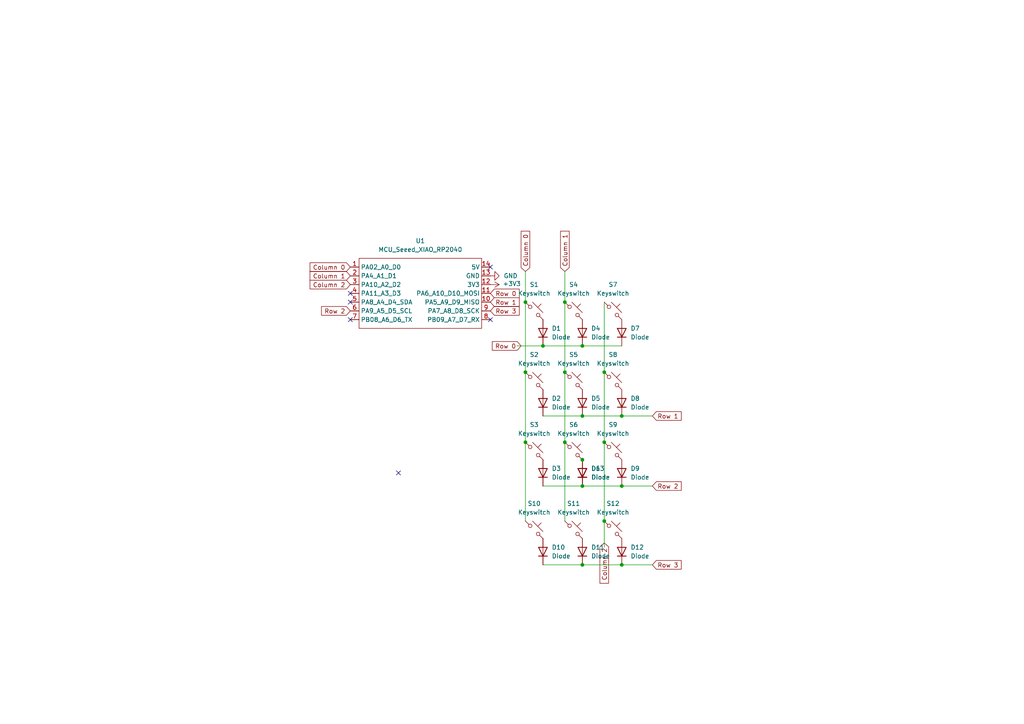
<source format=kicad_sch>
(kicad_sch
	(version 20231120)
	(generator "eeschema")
	(generator_version "8.0")
	(uuid "543551bc-018a-4ef5-81ac-1e55aab231d5")
	(paper "A4")
	(lib_symbols
		(symbol "ScottoKeebs:MCU_Seeed_XIAO_RP2040"
			(exclude_from_sim no)
			(in_bom yes)
			(on_board yes)
			(property "Reference" "U"
				(at -16.51 11.43 0)
				(effects
					(font
						(size 1.27 1.27)
					)
				)
			)
			(property "Value" "MCU_Seeed_XIAO_RP2040"
				(at -3.81 -11.43 0)
				(effects
					(font
						(size 1.27 1.27)
					)
				)
			)
			(property "Footprint" ""
				(at -16.51 2.54 0)
				(effects
					(font
						(size 1.27 1.27)
					)
					(hide yes)
				)
			)
			(property "Datasheet" ""
				(at -16.51 2.54 0)
				(effects
					(font
						(size 1.27 1.27)
					)
					(hide yes)
				)
			)
			(property "Description" ""
				(at 0 0 0)
				(effects
					(font
						(size 1.27 1.27)
					)
					(hide yes)
				)
			)
			(symbol "MCU_Seeed_XIAO_RP2040_0_1"
				(rectangle
					(start -16.51 10.16)
					(end 19.05 -10.16)
					(stroke
						(width 0)
						(type default)
					)
					(fill
						(type none)
					)
				)
			)
			(symbol "MCU_Seeed_XIAO_RP2040_1_1"
				(pin passive line
					(at -19.05 7.62 0)
					(length 2.54)
					(name "PA02_A0_D0"
						(effects
							(font
								(size 1.27 1.27)
							)
						)
					)
					(number "1"
						(effects
							(font
								(size 1.27 1.27)
							)
						)
					)
				)
				(pin passive line
					(at 21.59 -2.54 180)
					(length 2.54)
					(name "PA5_A9_D9_MISO"
						(effects
							(font
								(size 1.27 1.27)
							)
						)
					)
					(number "10"
						(effects
							(font
								(size 1.27 1.27)
							)
						)
					)
				)
				(pin passive line
					(at 21.59 0 180)
					(length 2.54)
					(name "PA6_A10_D10_MOSI"
						(effects
							(font
								(size 1.27 1.27)
							)
						)
					)
					(number "11"
						(effects
							(font
								(size 1.27 1.27)
							)
						)
					)
				)
				(pin passive line
					(at 21.59 2.54 180)
					(length 2.54)
					(name "3V3"
						(effects
							(font
								(size 1.27 1.27)
							)
						)
					)
					(number "12"
						(effects
							(font
								(size 1.27 1.27)
							)
						)
					)
				)
				(pin passive line
					(at 21.59 5.08 180)
					(length 2.54)
					(name "GND"
						(effects
							(font
								(size 1.27 1.27)
							)
						)
					)
					(number "13"
						(effects
							(font
								(size 1.27 1.27)
							)
						)
					)
				)
				(pin passive line
					(at 21.59 7.62 180)
					(length 2.54)
					(name "5V"
						(effects
							(font
								(size 1.27 1.27)
							)
						)
					)
					(number "14"
						(effects
							(font
								(size 1.27 1.27)
							)
						)
					)
				)
				(pin passive line
					(at -19.05 5.08 0)
					(length 2.54)
					(name "PA4_A1_D1"
						(effects
							(font
								(size 1.27 1.27)
							)
						)
					)
					(number "2"
						(effects
							(font
								(size 1.27 1.27)
							)
						)
					)
				)
				(pin passive line
					(at -19.05 2.54 0)
					(length 2.54)
					(name "PA10_A2_D2"
						(effects
							(font
								(size 1.27 1.27)
							)
						)
					)
					(number "3"
						(effects
							(font
								(size 1.27 1.27)
							)
						)
					)
				)
				(pin passive line
					(at -19.05 0 0)
					(length 2.54)
					(name "PA11_A3_D3"
						(effects
							(font
								(size 1.27 1.27)
							)
						)
					)
					(number "4"
						(effects
							(font
								(size 1.27 1.27)
							)
						)
					)
				)
				(pin passive line
					(at -19.05 -2.54 0)
					(length 2.54)
					(name "PA8_A4_D4_SDA"
						(effects
							(font
								(size 1.27 1.27)
							)
						)
					)
					(number "5"
						(effects
							(font
								(size 1.27 1.27)
							)
						)
					)
				)
				(pin passive line
					(at -19.05 -5.08 0)
					(length 2.54)
					(name "PA9_A5_D5_SCL"
						(effects
							(font
								(size 1.27 1.27)
							)
						)
					)
					(number "6"
						(effects
							(font
								(size 1.27 1.27)
							)
						)
					)
				)
				(pin passive line
					(at -19.05 -7.62 0)
					(length 2.54)
					(name "PB08_A6_D6_TX"
						(effects
							(font
								(size 1.27 1.27)
							)
						)
					)
					(number "7"
						(effects
							(font
								(size 1.27 1.27)
							)
						)
					)
				)
				(pin passive line
					(at 21.59 -7.62 180)
					(length 2.54)
					(name "PB09_A7_D7_RX"
						(effects
							(font
								(size 1.27 1.27)
							)
						)
					)
					(number "8"
						(effects
							(font
								(size 1.27 1.27)
							)
						)
					)
				)
				(pin passive line
					(at 21.59 -5.08 180)
					(length 2.54)
					(name "PA7_A8_D8_SCK"
						(effects
							(font
								(size 1.27 1.27)
							)
						)
					)
					(number "9"
						(effects
							(font
								(size 1.27 1.27)
							)
						)
					)
				)
			)
		)
		(symbol "ScottoKeebs:Placeholder_Diode"
			(pin_numbers hide)
			(pin_names hide)
			(exclude_from_sim no)
			(in_bom yes)
			(on_board yes)
			(property "Reference" "D"
				(at 0 2.54 0)
				(effects
					(font
						(size 1.27 1.27)
					)
				)
			)
			(property "Value" "Diode"
				(at 0 -2.54 0)
				(effects
					(font
						(size 1.27 1.27)
					)
				)
			)
			(property "Footprint" ""
				(at 0 0 0)
				(effects
					(font
						(size 1.27 1.27)
					)
					(hide yes)
				)
			)
			(property "Datasheet" ""
				(at 0 0 0)
				(effects
					(font
						(size 1.27 1.27)
					)
					(hide yes)
				)
			)
			(property "Description" "1N4148 (DO-35) or 1N4148W (SOD-123)"
				(at 0 0 0)
				(effects
					(font
						(size 1.27 1.27)
					)
					(hide yes)
				)
			)
			(property "Sim.Device" "D"
				(at 0 0 0)
				(effects
					(font
						(size 1.27 1.27)
					)
					(hide yes)
				)
			)
			(property "Sim.Pins" "1=K 2=A"
				(at 0 0 0)
				(effects
					(font
						(size 1.27 1.27)
					)
					(hide yes)
				)
			)
			(property "ki_keywords" "diode"
				(at 0 0 0)
				(effects
					(font
						(size 1.27 1.27)
					)
					(hide yes)
				)
			)
			(property "ki_fp_filters" "D*DO?35*"
				(at 0 0 0)
				(effects
					(font
						(size 1.27 1.27)
					)
					(hide yes)
				)
			)
			(symbol "Placeholder_Diode_0_1"
				(polyline
					(pts
						(xy -1.27 1.27) (xy -1.27 -1.27)
					)
					(stroke
						(width 0.254)
						(type default)
					)
					(fill
						(type none)
					)
				)
				(polyline
					(pts
						(xy 1.27 0) (xy -1.27 0)
					)
					(stroke
						(width 0)
						(type default)
					)
					(fill
						(type none)
					)
				)
				(polyline
					(pts
						(xy 1.27 1.27) (xy 1.27 -1.27) (xy -1.27 0) (xy 1.27 1.27)
					)
					(stroke
						(width 0.254)
						(type default)
					)
					(fill
						(type none)
					)
				)
			)
			(symbol "Placeholder_Diode_1_1"
				(pin passive line
					(at -3.81 0 0)
					(length 2.54)
					(name "K"
						(effects
							(font
								(size 1.27 1.27)
							)
						)
					)
					(number "1"
						(effects
							(font
								(size 1.27 1.27)
							)
						)
					)
				)
				(pin passive line
					(at 3.81 0 180)
					(length 2.54)
					(name "A"
						(effects
							(font
								(size 1.27 1.27)
							)
						)
					)
					(number "2"
						(effects
							(font
								(size 1.27 1.27)
							)
						)
					)
				)
			)
		)
		(symbol "ScottoKeebs:Placeholder_Keyswitch"
			(pin_numbers hide)
			(pin_names
				(offset 1.016) hide)
			(exclude_from_sim no)
			(in_bom yes)
			(on_board yes)
			(property "Reference" "S"
				(at 3.048 1.016 0)
				(effects
					(font
						(size 1.27 1.27)
					)
					(justify left)
				)
			)
			(property "Value" "Keyswitch"
				(at 0 -3.81 0)
				(effects
					(font
						(size 1.27 1.27)
					)
				)
			)
			(property "Footprint" ""
				(at 0 0 0)
				(effects
					(font
						(size 1.27 1.27)
					)
					(hide yes)
				)
			)
			(property "Datasheet" "~"
				(at 0 0 0)
				(effects
					(font
						(size 1.27 1.27)
					)
					(hide yes)
				)
			)
			(property "Description" "Push button switch, normally open, two pins, 45° tilted"
				(at 0 0 0)
				(effects
					(font
						(size 1.27 1.27)
					)
					(hide yes)
				)
			)
			(property "ki_keywords" "switch normally-open pushbutton push-button"
				(at 0 0 0)
				(effects
					(font
						(size 1.27 1.27)
					)
					(hide yes)
				)
			)
			(symbol "Placeholder_Keyswitch_0_1"
				(circle
					(center -1.1684 1.1684)
					(radius 0.508)
					(stroke
						(width 0)
						(type default)
					)
					(fill
						(type none)
					)
				)
				(polyline
					(pts
						(xy -0.508 2.54) (xy 2.54 -0.508)
					)
					(stroke
						(width 0)
						(type default)
					)
					(fill
						(type none)
					)
				)
				(polyline
					(pts
						(xy 1.016 1.016) (xy 2.032 2.032)
					)
					(stroke
						(width 0)
						(type default)
					)
					(fill
						(type none)
					)
				)
				(polyline
					(pts
						(xy -2.54 2.54) (xy -1.524 1.524) (xy -1.524 1.524)
					)
					(stroke
						(width 0)
						(type default)
					)
					(fill
						(type none)
					)
				)
				(polyline
					(pts
						(xy 1.524 -1.524) (xy 2.54 -2.54) (xy 2.54 -2.54) (xy 2.54 -2.54)
					)
					(stroke
						(width 0)
						(type default)
					)
					(fill
						(type none)
					)
				)
				(circle
					(center 1.143 -1.1938)
					(radius 0.508)
					(stroke
						(width 0)
						(type default)
					)
					(fill
						(type none)
					)
				)
				(pin passive line
					(at -2.54 2.54 0)
					(length 0)
					(name "1"
						(effects
							(font
								(size 1.27 1.27)
							)
						)
					)
					(number "1"
						(effects
							(font
								(size 1.27 1.27)
							)
						)
					)
				)
				(pin passive line
					(at 2.54 -2.54 180)
					(length 0)
					(name "2"
						(effects
							(font
								(size 1.27 1.27)
							)
						)
					)
					(number "2"
						(effects
							(font
								(size 1.27 1.27)
							)
						)
					)
				)
			)
		)
		(symbol "power:+3V3"
			(power)
			(pin_numbers hide)
			(pin_names
				(offset 0) hide)
			(exclude_from_sim no)
			(in_bom yes)
			(on_board yes)
			(property "Reference" "#PWR"
				(at 0 -3.81 0)
				(effects
					(font
						(size 1.27 1.27)
					)
					(hide yes)
				)
			)
			(property "Value" "+3V3"
				(at 0 3.556 0)
				(effects
					(font
						(size 1.27 1.27)
					)
				)
			)
			(property "Footprint" ""
				(at 0 0 0)
				(effects
					(font
						(size 1.27 1.27)
					)
					(hide yes)
				)
			)
			(property "Datasheet" ""
				(at 0 0 0)
				(effects
					(font
						(size 1.27 1.27)
					)
					(hide yes)
				)
			)
			(property "Description" "Power symbol creates a global label with name \"+3V3\""
				(at 0 0 0)
				(effects
					(font
						(size 1.27 1.27)
					)
					(hide yes)
				)
			)
			(property "ki_keywords" "global power"
				(at 0 0 0)
				(effects
					(font
						(size 1.27 1.27)
					)
					(hide yes)
				)
			)
			(symbol "+3V3_0_1"
				(polyline
					(pts
						(xy -0.762 1.27) (xy 0 2.54)
					)
					(stroke
						(width 0)
						(type default)
					)
					(fill
						(type none)
					)
				)
				(polyline
					(pts
						(xy 0 0) (xy 0 2.54)
					)
					(stroke
						(width 0)
						(type default)
					)
					(fill
						(type none)
					)
				)
				(polyline
					(pts
						(xy 0 2.54) (xy 0.762 1.27)
					)
					(stroke
						(width 0)
						(type default)
					)
					(fill
						(type none)
					)
				)
			)
			(symbol "+3V3_1_1"
				(pin power_in line
					(at 0 0 90)
					(length 0)
					(name "~"
						(effects
							(font
								(size 1.27 1.27)
							)
						)
					)
					(number "1"
						(effects
							(font
								(size 1.27 1.27)
							)
						)
					)
				)
			)
		)
		(symbol "power:GND"
			(power)
			(pin_numbers hide)
			(pin_names
				(offset 0) hide)
			(exclude_from_sim no)
			(in_bom yes)
			(on_board yes)
			(property "Reference" "#PWR"
				(at 0 -6.35 0)
				(effects
					(font
						(size 1.27 1.27)
					)
					(hide yes)
				)
			)
			(property "Value" "GND"
				(at 0 -3.81 0)
				(effects
					(font
						(size 1.27 1.27)
					)
				)
			)
			(property "Footprint" ""
				(at 0 0 0)
				(effects
					(font
						(size 1.27 1.27)
					)
					(hide yes)
				)
			)
			(property "Datasheet" ""
				(at 0 0 0)
				(effects
					(font
						(size 1.27 1.27)
					)
					(hide yes)
				)
			)
			(property "Description" "Power symbol creates a global label with name \"GND\" , ground"
				(at 0 0 0)
				(effects
					(font
						(size 1.27 1.27)
					)
					(hide yes)
				)
			)
			(property "ki_keywords" "global power"
				(at 0 0 0)
				(effects
					(font
						(size 1.27 1.27)
					)
					(hide yes)
				)
			)
			(symbol "GND_0_1"
				(polyline
					(pts
						(xy 0 0) (xy 0 -1.27) (xy 1.27 -1.27) (xy 0 -2.54) (xy -1.27 -1.27) (xy 0 -1.27)
					)
					(stroke
						(width 0)
						(type default)
					)
					(fill
						(type none)
					)
				)
			)
			(symbol "GND_1_1"
				(pin power_in line
					(at 0 0 270)
					(length 0)
					(name "~"
						(effects
							(font
								(size 1.27 1.27)
							)
						)
					)
					(number "1"
						(effects
							(font
								(size 1.27 1.27)
							)
						)
					)
				)
			)
		)
	)
	(junction
		(at 180.34 120.65)
		(diameter 0)
		(color 0 0 0 0)
		(uuid "1471a9ed-6a3f-4208-87a9-eb281a0dc23b")
	)
	(junction
		(at 168.91 100.33)
		(diameter 0)
		(color 0 0 0 0)
		(uuid "24c9dbcd-909e-4808-8183-8c0c6b1896bc")
	)
	(junction
		(at 168.91 140.97)
		(diameter 0)
		(color 0 0 0 0)
		(uuid "258f686b-6571-4029-bf5e-9f0d4a548eca")
	)
	(junction
		(at 168.91 163.83)
		(diameter 0)
		(color 0 0 0 0)
		(uuid "393c3946-c538-4c7f-8a13-ae66590b730d")
	)
	(junction
		(at 152.4 107.95)
		(diameter 0)
		(color 0 0 0 0)
		(uuid "5121f575-368c-41fc-b533-ff0cfc45ea10")
	)
	(junction
		(at 168.91 120.65)
		(diameter 0)
		(color 0 0 0 0)
		(uuid "515d8cef-9cd9-4dd2-ad7f-2cf08eae718e")
	)
	(junction
		(at 180.34 140.97)
		(diameter 0)
		(color 0 0 0 0)
		(uuid "6822741d-bf0e-468c-ba19-fb9fa8a753e0")
	)
	(junction
		(at 175.26 128.27)
		(diameter 0)
		(color 0 0 0 0)
		(uuid "799ade1e-9353-49df-baef-dff0487c619f")
	)
	(junction
		(at 168.91 133.35)
		(diameter 0)
		(color 0 0 0 0)
		(uuid "7edab1ae-c5b4-421f-97dd-37408eeb0bb4")
	)
	(junction
		(at 163.83 87.63)
		(diameter 0)
		(color 0 0 0 0)
		(uuid "8d0b7c76-60f7-423c-be81-6acc53fc008a")
	)
	(junction
		(at 152.4 87.63)
		(diameter 0)
		(color 0 0 0 0)
		(uuid "8d1d220d-3dcd-41e1-a0cc-5118a364d8b7")
	)
	(junction
		(at 163.83 128.27)
		(diameter 0)
		(color 0 0 0 0)
		(uuid "a467dfc2-dceb-4a2c-b915-a1f56998ec06")
	)
	(junction
		(at 163.83 107.95)
		(diameter 0)
		(color 0 0 0 0)
		(uuid "c0121c30-d469-499e-919e-438e233cba87")
	)
	(junction
		(at 152.4 128.27)
		(diameter 0)
		(color 0 0 0 0)
		(uuid "c6900637-f182-4535-a799-2ea2225903b2")
	)
	(junction
		(at 157.48 100.33)
		(diameter 0)
		(color 0 0 0 0)
		(uuid "e06fa758-f715-42fd-898f-47b67d5c799d")
	)
	(junction
		(at 175.26 107.95)
		(diameter 0)
		(color 0 0 0 0)
		(uuid "e1944241-98c4-477f-b579-3f911536b48d")
	)
	(junction
		(at 175.26 151.13)
		(diameter 0)
		(color 0 0 0 0)
		(uuid "ec5f4e0f-1d8d-4d0e-8647-94443dce21c3")
	)
	(junction
		(at 180.34 163.83)
		(diameter 0)
		(color 0 0 0 0)
		(uuid "fba2d9ba-92ee-4eb0-a6e7-9e78660f5617")
	)
	(no_connect
		(at 142.24 77.47)
		(uuid "0c5c5854-4fb1-4bc4-bac9-137b4869928e")
	)
	(no_connect
		(at 115.57 137.16)
		(uuid "547e1b31-3299-4d88-bc05-755b7acb08c8")
	)
	(no_connect
		(at 101.6 87.63)
		(uuid "71b53f1b-0516-437f-b14f-6f611d698758")
	)
	(no_connect
		(at 142.24 92.71)
		(uuid "8a503430-3ee5-472d-80c7-dbe1e0f4d412")
	)
	(no_connect
		(at 101.6 92.71)
		(uuid "a6f76908-7599-4ef9-8b4b-d5593f75992d")
	)
	(no_connect
		(at 101.6 85.09)
		(uuid "fa1d88f5-6038-45dc-9711-c5669181d964")
	)
	(wire
		(pts
			(xy 189.23 140.97) (xy 180.34 140.97)
		)
		(stroke
			(width 0)
			(type default)
		)
		(uuid "022a0fb5-df87-480a-8188-406e03e83414")
	)
	(wire
		(pts
			(xy 152.4 128.27) (xy 152.4 151.13)
		)
		(stroke
			(width 0)
			(type default)
		)
		(uuid "059d8ac8-b714-4ddf-8305-d8180ffef802")
	)
	(wire
		(pts
			(xy 152.4 87.63) (xy 152.4 107.95)
		)
		(stroke
			(width 0)
			(type default)
		)
		(uuid "181a7c25-106d-4af0-9a41-fabfb8c58fb6")
	)
	(wire
		(pts
			(xy 175.26 107.95) (xy 175.26 128.27)
		)
		(stroke
			(width 0)
			(type default)
		)
		(uuid "1ecdacd9-9ef1-40a9-8e31-c89592a12661")
	)
	(wire
		(pts
			(xy 152.4 78.74) (xy 152.4 87.63)
		)
		(stroke
			(width 0)
			(type default)
		)
		(uuid "2d905151-1c26-4308-a3ae-78911bc7b9f3")
	)
	(wire
		(pts
			(xy 157.48 100.33) (xy 168.91 100.33)
		)
		(stroke
			(width 0)
			(type default)
		)
		(uuid "33270dd7-6426-4c76-8cf9-723d31d0ede8")
	)
	(wire
		(pts
			(xy 168.91 100.33) (xy 180.34 100.33)
		)
		(stroke
			(width 0)
			(type default)
		)
		(uuid "3727ded1-ba69-4f11-9134-755585eabfd3")
	)
	(wire
		(pts
			(xy 180.34 163.83) (xy 189.23 163.83)
		)
		(stroke
			(width 0)
			(type default)
		)
		(uuid "699adc49-f150-49c3-9e8d-a0aaf036a79d")
	)
	(wire
		(pts
			(xy 168.91 140.97) (xy 180.34 140.97)
		)
		(stroke
			(width 0)
			(type default)
		)
		(uuid "7d32a616-06aa-4e9f-862d-9fb987484624")
	)
	(wire
		(pts
			(xy 163.83 107.95) (xy 163.83 128.27)
		)
		(stroke
			(width 0)
			(type default)
		)
		(uuid "88992792-49ec-46a0-8e4f-466d559e998e")
	)
	(wire
		(pts
			(xy 175.26 151.13) (xy 175.26 158.75)
		)
		(stroke
			(width 0)
			(type default)
		)
		(uuid "8b44b6ce-9b65-44ef-840a-92d3fbc16b82")
	)
	(wire
		(pts
			(xy 140.97 87.63) (xy 142.24 87.63)
		)
		(stroke
			(width 0)
			(type default)
		)
		(uuid "998f2d5b-9c48-4468-a990-f2e317d0b8ef")
	)
	(wire
		(pts
			(xy 157.48 120.65) (xy 168.91 120.65)
		)
		(stroke
			(width 0)
			(type default)
		)
		(uuid "9b435963-985e-487f-8e55-bcd4253ac796")
	)
	(wire
		(pts
			(xy 152.4 107.95) (xy 152.4 128.27)
		)
		(stroke
			(width 0)
			(type default)
		)
		(uuid "b3c48008-c3ba-4ac0-9876-07cef69a95b7")
	)
	(wire
		(pts
			(xy 175.26 87.63) (xy 175.26 107.95)
		)
		(stroke
			(width 0)
			(type default)
		)
		(uuid "b4afc5cf-f4f0-4c71-b5b0-84669d87ef95")
	)
	(wire
		(pts
			(xy 168.91 163.83) (xy 180.34 163.83)
		)
		(stroke
			(width 0)
			(type default)
		)
		(uuid "b966fd07-a37b-4eca-a2b7-e61a4e2fcb8b")
	)
	(wire
		(pts
			(xy 163.83 78.74) (xy 163.83 87.63)
		)
		(stroke
			(width 0)
			(type default)
		)
		(uuid "c5dcc42b-ceb1-4d1c-bdcd-822b5bf0077c")
	)
	(wire
		(pts
			(xy 157.48 163.83) (xy 168.91 163.83)
		)
		(stroke
			(width 0)
			(type default)
		)
		(uuid "c6ab8a7e-753f-44df-9635-d02f2f6439bb")
	)
	(wire
		(pts
			(xy 175.26 128.27) (xy 175.26 151.13)
		)
		(stroke
			(width 0)
			(type default)
		)
		(uuid "d49b1f12-a052-4a51-acbd-aa2bfefd20e1")
	)
	(wire
		(pts
			(xy 163.83 128.27) (xy 163.83 151.13)
		)
		(stroke
			(width 0)
			(type default)
		)
		(uuid "da1bf264-f0a4-4328-97a8-53466a53d297")
	)
	(wire
		(pts
			(xy 163.83 87.63) (xy 163.83 107.95)
		)
		(stroke
			(width 0)
			(type default)
		)
		(uuid "dda36c9f-6ede-411e-b679-a88264f717af")
	)
	(wire
		(pts
			(xy 149.86 100.33) (xy 157.48 100.33)
		)
		(stroke
			(width 0)
			(type default)
		)
		(uuid "ebfc925e-32a2-4594-92b3-d6f6dcec3c0a")
	)
	(wire
		(pts
			(xy 157.48 140.97) (xy 168.91 140.97)
		)
		(stroke
			(width 0)
			(type default)
		)
		(uuid "f00ff78b-32a2-470a-9d0e-16e4f70a261c")
	)
	(wire
		(pts
			(xy 189.23 120.65) (xy 180.34 120.65)
		)
		(stroke
			(width 0)
			(type default)
		)
		(uuid "f498b2d9-9db6-4db4-a62b-e929d4a33ee0")
	)
	(wire
		(pts
			(xy 168.91 120.65) (xy 180.34 120.65)
		)
		(stroke
			(width 0)
			(type default)
		)
		(uuid "f87c85ba-faa0-45a9-80a7-e17017ac49d6")
	)
	(global_label "Column 0"
		(shape input)
		(at 152.4 78.74 90)
		(fields_autoplaced yes)
		(effects
			(font
				(size 1.27 1.27)
			)
			(justify left)
		)
		(uuid "1601fe07-da2d-4b30-bf2d-f91e15ab8bf0")
		(property "Intersheetrefs" "${INTERSHEET_REFS}"
			(at 152.4 66.5022 90)
			(effects
				(font
					(size 1.27 1.27)
				)
				(justify left)
				(hide yes)
			)
		)
	)
	(global_label "Row 1"
		(shape input)
		(at 189.23 120.65 0)
		(fields_autoplaced yes)
		(effects
			(font
				(size 1.27 1.27)
			)
			(justify left)
		)
		(uuid "2cd80377-c6bc-4892-ac6b-7a31a437cc7a")
		(property "Intersheetrefs" "${INTERSHEET_REFS}"
			(at 198.1418 120.65 0)
			(effects
				(font
					(size 1.27 1.27)
				)
				(justify left)
				(hide yes)
			)
		)
	)
	(global_label "Column 1"
		(shape input)
		(at 163.83 78.74 90)
		(fields_autoplaced yes)
		(effects
			(font
				(size 1.27 1.27)
			)
			(justify left)
		)
		(uuid "35428121-4420-4355-881a-5844a805eff6")
		(property "Intersheetrefs" "${INTERSHEET_REFS}"
			(at 163.83 66.5022 90)
			(effects
				(font
					(size 1.27 1.27)
				)
				(justify left)
				(hide yes)
			)
		)
	)
	(global_label "Row 0"
		(shape input)
		(at 151.13 100.33 180)
		(fields_autoplaced yes)
		(effects
			(font
				(size 1.27 1.27)
			)
			(justify right)
		)
		(uuid "37122b56-1bbd-4c48-8c43-b1317d801355")
		(property "Intersheetrefs" "${INTERSHEET_REFS}"
			(at 142.2182 100.33 0)
			(effects
				(font
					(size 1.27 1.27)
				)
				(justify right)
				(hide yes)
			)
		)
	)
	(global_label "Row 3"
		(shape input)
		(at 142.24 90.17 0)
		(fields_autoplaced yes)
		(effects
			(font
				(size 1.27 1.27)
			)
			(justify left)
		)
		(uuid "443ae778-1ff6-466c-8a13-70f251987413")
		(property "Intersheetrefs" "${INTERSHEET_REFS}"
			(at 151.1518 90.17 0)
			(effects
				(font
					(size 1.27 1.27)
				)
				(justify left)
				(hide yes)
			)
		)
	)
	(global_label "Column 2"
		(shape input)
		(at 175.26 157.48 270)
		(fields_autoplaced yes)
		(effects
			(font
				(size 1.27 1.27)
			)
			(justify right)
		)
		(uuid "5d513044-1f3f-4818-a4ee-4dc8e656adce")
		(property "Intersheetrefs" "${INTERSHEET_REFS}"
			(at 175.26 169.7178 90)
			(effects
				(font
					(size 1.27 1.27)
				)
				(justify right)
				(hide yes)
			)
		)
	)
	(global_label "Row 0"
		(shape input)
		(at 142.24 85.09 0)
		(fields_autoplaced yes)
		(effects
			(font
				(size 1.27 1.27)
			)
			(justify left)
		)
		(uuid "66c6e21a-0644-4fcf-b6e2-601cefed43e1")
		(property "Intersheetrefs" "${INTERSHEET_REFS}"
			(at 151.1518 85.09 0)
			(effects
				(font
					(size 1.27 1.27)
				)
				(justify left)
				(hide yes)
			)
		)
	)
	(global_label "Column 0"
		(shape input)
		(at 101.6 77.47 180)
		(fields_autoplaced yes)
		(effects
			(font
				(size 1.27 1.27)
			)
			(justify right)
		)
		(uuid "7c967487-4c30-4692-9c5f-94dd4262520d")
		(property "Intersheetrefs" "${INTERSHEET_REFS}"
			(at 89.3622 77.47 0)
			(effects
				(font
					(size 1.27 1.27)
				)
				(justify right)
				(hide yes)
			)
		)
	)
	(global_label "Row 2"
		(shape input)
		(at 101.6 90.17 180)
		(fields_autoplaced yes)
		(effects
			(font
				(size 1.27 1.27)
			)
			(justify right)
		)
		(uuid "8b255a17-c357-4a9d-80bf-138792d91c57")
		(property "Intersheetrefs" "${INTERSHEET_REFS}"
			(at 92.6882 90.17 0)
			(effects
				(font
					(size 1.27 1.27)
				)
				(justify right)
				(hide yes)
			)
		)
	)
	(global_label "Column 1"
		(shape input)
		(at 101.6 80.01 180)
		(fields_autoplaced yes)
		(effects
			(font
				(size 1.27 1.27)
			)
			(justify right)
		)
		(uuid "a7ce35b2-074a-4c50-9564-794c210cbff8")
		(property "Intersheetrefs" "${INTERSHEET_REFS}"
			(at 89.3622 80.01 0)
			(effects
				(font
					(size 1.27 1.27)
				)
				(justify right)
				(hide yes)
			)
		)
	)
	(global_label "Row 2"
		(shape input)
		(at 189.23 140.97 0)
		(fields_autoplaced yes)
		(effects
			(font
				(size 1.27 1.27)
			)
			(justify left)
		)
		(uuid "be1a9e54-b3b5-4522-9c17-889a9dbacad1")
		(property "Intersheetrefs" "${INTERSHEET_REFS}"
			(at 198.1418 140.97 0)
			(effects
				(font
					(size 1.27 1.27)
				)
				(justify left)
				(hide yes)
			)
		)
	)
	(global_label "Row 3"
		(shape input)
		(at 189.23 163.83 0)
		(fields_autoplaced yes)
		(effects
			(font
				(size 1.27 1.27)
			)
			(justify left)
		)
		(uuid "c1dd02e7-3d56-4fa9-a796-c826a55f68b9")
		(property "Intersheetrefs" "${INTERSHEET_REFS}"
			(at 198.1418 163.83 0)
			(effects
				(font
					(size 1.27 1.27)
				)
				(justify left)
				(hide yes)
			)
		)
	)
	(global_label "Column 2"
		(shape input)
		(at 101.6 82.55 180)
		(fields_autoplaced yes)
		(effects
			(font
				(size 1.27 1.27)
			)
			(justify right)
		)
		(uuid "fc1cf547-dff9-4388-9a48-261da1f8e440")
		(property "Intersheetrefs" "${INTERSHEET_REFS}"
			(at 89.3622 82.55 0)
			(effects
				(font
					(size 1.27 1.27)
				)
				(justify right)
				(hide yes)
			)
		)
	)
	(global_label "Row 1"
		(shape input)
		(at 142.24 87.63 0)
		(fields_autoplaced yes)
		(effects
			(font
				(size 1.27 1.27)
			)
			(justify left)
		)
		(uuid "fefaa073-aa76-42a4-97c1-d1c72ed448b9")
		(property "Intersheetrefs" "${INTERSHEET_REFS}"
			(at 151.1518 87.63 0)
			(effects
				(font
					(size 1.27 1.27)
				)
				(justify left)
				(hide yes)
			)
		)
	)
	(symbol
		(lib_id "ScottoKeebs:Placeholder_Keyswitch")
		(at 166.37 90.17 0)
		(unit 1)
		(exclude_from_sim no)
		(in_bom yes)
		(on_board yes)
		(dnp no)
		(fields_autoplaced yes)
		(uuid "0db1d6d4-6d95-4844-af86-3fdc1065142c")
		(property "Reference" "S4"
			(at 166.37 82.55 0)
			(effects
				(font
					(size 1.27 1.27)
				)
			)
		)
		(property "Value" "Keyswitch"
			(at 166.37 85.09 0)
			(effects
				(font
					(size 1.27 1.27)
				)
			)
		)
		(property "Footprint" "ScottoKeebs_MX:MX_PCB_1.00u"
			(at 166.37 90.17 0)
			(effects
				(font
					(size 1.27 1.27)
				)
				(hide yes)
			)
		)
		(property "Datasheet" "~"
			(at 166.37 90.17 0)
			(effects
				(font
					(size 1.27 1.27)
				)
				(hide yes)
			)
		)
		(property "Description" "Push button switch, normally open, two pins, 45° tilted"
			(at 166.37 90.17 0)
			(effects
				(font
					(size 1.27 1.27)
				)
				(hide yes)
			)
		)
		(pin "2"
			(uuid "9892ebdf-2007-4e4b-8841-e3d00f9e9510")
		)
		(pin "1"
			(uuid "ab854390-1277-4625-a6de-3e1209b934ec")
		)
		(instances
			(project "HackPad"
				(path "/543551bc-018a-4ef5-81ac-1e55aab231d5"
					(reference "S4")
					(unit 1)
				)
			)
		)
	)
	(symbol
		(lib_id "ScottoKeebs:Placeholder_Keyswitch")
		(at 177.8 110.49 0)
		(unit 1)
		(exclude_from_sim no)
		(in_bom yes)
		(on_board yes)
		(dnp no)
		(fields_autoplaced yes)
		(uuid "13ad2355-bd5d-4a0b-a775-f9070221bcb6")
		(property "Reference" "S8"
			(at 177.8 102.87 0)
			(effects
				(font
					(size 1.27 1.27)
				)
			)
		)
		(property "Value" "Keyswitch"
			(at 177.8 105.41 0)
			(effects
				(font
					(size 1.27 1.27)
				)
			)
		)
		(property "Footprint" "ScottoKeebs_MX:MX_PCB_1.00u"
			(at 177.8 110.49 0)
			(effects
				(font
					(size 1.27 1.27)
				)
				(hide yes)
			)
		)
		(property "Datasheet" "~"
			(at 177.8 110.49 0)
			(effects
				(font
					(size 1.27 1.27)
				)
				(hide yes)
			)
		)
		(property "Description" "Push button switch, normally open, two pins, 45° tilted"
			(at 177.8 110.49 0)
			(effects
				(font
					(size 1.27 1.27)
				)
				(hide yes)
			)
		)
		(pin "2"
			(uuid "2105bd0c-9d89-4652-bb75-8f8e7edbfaa0")
		)
		(pin "1"
			(uuid "91c82f39-4b10-4673-8653-697fdf0f3ec2")
		)
		(instances
			(project "HackPad"
				(path "/543551bc-018a-4ef5-81ac-1e55aab231d5"
					(reference "S8")
					(unit 1)
				)
			)
		)
	)
	(symbol
		(lib_id "ScottoKeebs:Placeholder_Diode")
		(at 168.91 116.84 90)
		(unit 1)
		(exclude_from_sim no)
		(in_bom yes)
		(on_board yes)
		(dnp no)
		(fields_autoplaced yes)
		(uuid "17edd12f-6d1f-4f6a-ad41-9d89540de0c6")
		(property "Reference" "D5"
			(at 171.45 115.5699 90)
			(effects
				(font
					(size 1.27 1.27)
				)
				(justify right)
			)
		)
		(property "Value" "Diode"
			(at 171.45 118.1099 90)
			(effects
				(font
					(size 1.27 1.27)
				)
				(justify right)
			)
		)
		(property "Footprint" "ScottoKeebs_Components:Diode_DO-35"
			(at 168.91 116.84 0)
			(effects
				(font
					(size 1.27 1.27)
				)
				(hide yes)
			)
		)
		(property "Datasheet" ""
			(at 168.91 116.84 0)
			(effects
				(font
					(size 1.27 1.27)
				)
				(hide yes)
			)
		)
		(property "Description" "1N4148 (DO-35) or 1N4148W (SOD-123)"
			(at 168.91 116.84 0)
			(effects
				(font
					(size 1.27 1.27)
				)
				(hide yes)
			)
		)
		(property "Sim.Device" "D"
			(at 168.91 116.84 0)
			(effects
				(font
					(size 1.27 1.27)
				)
				(hide yes)
			)
		)
		(property "Sim.Pins" "1=K 2=A"
			(at 168.91 116.84 0)
			(effects
				(font
					(size 1.27 1.27)
				)
				(hide yes)
			)
		)
		(pin "1"
			(uuid "12e42177-0e29-4f97-90a3-74341a662d94")
		)
		(pin "2"
			(uuid "86ac16f1-7e95-4063-9004-bfc31c0870ee")
		)
		(instances
			(project "HackPad"
				(path "/543551bc-018a-4ef5-81ac-1e55aab231d5"
					(reference "D5")
					(unit 1)
				)
			)
		)
	)
	(symbol
		(lib_id "ScottoKeebs:Placeholder_Keyswitch")
		(at 154.94 110.49 0)
		(unit 1)
		(exclude_from_sim no)
		(in_bom yes)
		(on_board yes)
		(dnp no)
		(fields_autoplaced yes)
		(uuid "247e4ba2-66f1-47d1-af67-79199da690df")
		(property "Reference" "S2"
			(at 154.94 102.87 0)
			(effects
				(font
					(size 1.27 1.27)
				)
			)
		)
		(property "Value" "Keyswitch"
			(at 154.94 105.41 0)
			(effects
				(font
					(size 1.27 1.27)
				)
			)
		)
		(property "Footprint" "ScottoKeebs_MX:MX_PCB_1.00u"
			(at 154.94 110.49 0)
			(effects
				(font
					(size 1.27 1.27)
				)
				(hide yes)
			)
		)
		(property "Datasheet" "~"
			(at 154.94 110.49 0)
			(effects
				(font
					(size 1.27 1.27)
				)
				(hide yes)
			)
		)
		(property "Description" "Push button switch, normally open, two pins, 45° tilted"
			(at 154.94 110.49 0)
			(effects
				(font
					(size 1.27 1.27)
				)
				(hide yes)
			)
		)
		(pin "2"
			(uuid "22507f8b-4082-4705-a180-9bddbd398bd3")
		)
		(pin "1"
			(uuid "f170cca1-26f9-4593-a421-96c9e90fce3d")
		)
		(instances
			(project "HackPad"
				(path "/543551bc-018a-4ef5-81ac-1e55aab231d5"
					(reference "S2")
					(unit 1)
				)
			)
		)
	)
	(symbol
		(lib_id "ScottoKeebs:Placeholder_Diode")
		(at 157.48 137.16 90)
		(unit 1)
		(exclude_from_sim no)
		(in_bom yes)
		(on_board yes)
		(dnp no)
		(fields_autoplaced yes)
		(uuid "248f9e74-f7bb-4d19-9ecd-bf1ccc92e275")
		(property "Reference" "D3"
			(at 160.02 135.8899 90)
			(effects
				(font
					(size 1.27 1.27)
				)
				(justify right)
			)
		)
		(property "Value" "Diode"
			(at 160.02 138.4299 90)
			(effects
				(font
					(size 1.27 1.27)
				)
				(justify right)
			)
		)
		(property "Footprint" "ScottoKeebs_Components:Diode_DO-35"
			(at 157.48 137.16 0)
			(effects
				(font
					(size 1.27 1.27)
				)
				(hide yes)
			)
		)
		(property "Datasheet" ""
			(at 157.48 137.16 0)
			(effects
				(font
					(size 1.27 1.27)
				)
				(hide yes)
			)
		)
		(property "Description" "1N4148 (DO-35) or 1N4148W (SOD-123)"
			(at 157.48 137.16 0)
			(effects
				(font
					(size 1.27 1.27)
				)
				(hide yes)
			)
		)
		(property "Sim.Device" "D"
			(at 157.48 137.16 0)
			(effects
				(font
					(size 1.27 1.27)
				)
				(hide yes)
			)
		)
		(property "Sim.Pins" "1=K 2=A"
			(at 157.48 137.16 0)
			(effects
				(font
					(size 1.27 1.27)
				)
				(hide yes)
			)
		)
		(pin "1"
			(uuid "58c93423-8d16-436c-b80e-c9f6ee8cd44e")
		)
		(pin "2"
			(uuid "2a192985-a4fb-4ed2-9d29-1a090772890c")
		)
		(instances
			(project "HackPad"
				(path "/543551bc-018a-4ef5-81ac-1e55aab231d5"
					(reference "D3")
					(unit 1)
				)
			)
		)
	)
	(symbol
		(lib_id "power:GND")
		(at 142.24 80.01 90)
		(unit 1)
		(exclude_from_sim no)
		(in_bom yes)
		(on_board yes)
		(dnp no)
		(uuid "28b2f9d2-cfc7-4dc1-97b1-e2c397dc7d21")
		(property "Reference" "#PWR03"
			(at 148.59 80.01 0)
			(effects
				(font
					(size 1.27 1.27)
				)
				(hide yes)
			)
		)
		(property "Value" "GND"
			(at 146.05 80.01 90)
			(effects
				(font
					(size 1.27 1.27)
				)
				(justify right)
			)
		)
		(property "Footprint" ""
			(at 142.24 80.01 0)
			(effects
				(font
					(size 1.27 1.27)
				)
				(hide yes)
			)
		)
		(property "Datasheet" ""
			(at 142.24 80.01 0)
			(effects
				(font
					(size 1.27 1.27)
				)
				(hide yes)
			)
		)
		(property "Description" "Power symbol creates a global label with name \"GND\" , ground"
			(at 142.24 80.01 0)
			(effects
				(font
					(size 1.27 1.27)
				)
				(hide yes)
			)
		)
		(pin "1"
			(uuid "d7caa3a1-6005-43ac-9540-0d9914bfb347")
		)
		(instances
			(project ""
				(path "/543551bc-018a-4ef5-81ac-1e55aab231d5"
					(reference "#PWR03")
					(unit 1)
				)
			)
		)
	)
	(symbol
		(lib_id "ScottoKeebs:Placeholder_Keyswitch")
		(at 177.8 130.81 0)
		(unit 1)
		(exclude_from_sim no)
		(in_bom yes)
		(on_board yes)
		(dnp no)
		(fields_autoplaced yes)
		(uuid "28d47efd-34de-4c5a-9515-9d6fc081a869")
		(property "Reference" "S9"
			(at 177.8 123.19 0)
			(effects
				(font
					(size 1.27 1.27)
				)
			)
		)
		(property "Value" "Keyswitch"
			(at 177.8 125.73 0)
			(effects
				(font
					(size 1.27 1.27)
				)
			)
		)
		(property "Footprint" "ScottoKeebs_MX:MX_PCB_1.00u"
			(at 177.8 130.81 0)
			(effects
				(font
					(size 1.27 1.27)
				)
				(hide yes)
			)
		)
		(property "Datasheet" "~"
			(at 177.8 130.81 0)
			(effects
				(font
					(size 1.27 1.27)
				)
				(hide yes)
			)
		)
		(property "Description" "Push button switch, normally open, two pins, 45° tilted"
			(at 177.8 130.81 0)
			(effects
				(font
					(size 1.27 1.27)
				)
				(hide yes)
			)
		)
		(pin "2"
			(uuid "83f7b3c4-f905-4dd2-8bda-4204efd49584")
		)
		(pin "1"
			(uuid "7dac68be-4770-4d71-ba1e-2e131f371419")
		)
		(instances
			(project "HackPad"
				(path "/543551bc-018a-4ef5-81ac-1e55aab231d5"
					(reference "S9")
					(unit 1)
				)
			)
		)
	)
	(symbol
		(lib_id "ScottoKeebs:Placeholder_Keyswitch")
		(at 154.94 153.67 0)
		(unit 1)
		(exclude_from_sim no)
		(in_bom yes)
		(on_board yes)
		(dnp no)
		(fields_autoplaced yes)
		(uuid "2e0cd6e8-4026-4b38-aa37-72941781a9e6")
		(property "Reference" "S10"
			(at 154.94 146.05 0)
			(effects
				(font
					(size 1.27 1.27)
				)
			)
		)
		(property "Value" "Keyswitch"
			(at 154.94 148.59 0)
			(effects
				(font
					(size 1.27 1.27)
				)
			)
		)
		(property "Footprint" "ScottoKeebs_MX:MX_PCB_1.00u"
			(at 154.94 153.67 0)
			(effects
				(font
					(size 1.27 1.27)
				)
				(hide yes)
			)
		)
		(property "Datasheet" "~"
			(at 154.94 153.67 0)
			(effects
				(font
					(size 1.27 1.27)
				)
				(hide yes)
			)
		)
		(property "Description" "Push button switch, normally open, two pins, 45° tilted"
			(at 154.94 153.67 0)
			(effects
				(font
					(size 1.27 1.27)
				)
				(hide yes)
			)
		)
		(pin "2"
			(uuid "dd9ed616-6473-4e3b-97a0-63729c6f45e0")
		)
		(pin "1"
			(uuid "ea511891-056e-4a61-8baa-13d72ac3c989")
		)
		(instances
			(project "HackPad"
				(path "/543551bc-018a-4ef5-81ac-1e55aab231d5"
					(reference "S10")
					(unit 1)
				)
			)
		)
	)
	(symbol
		(lib_id "ScottoKeebs:Placeholder_Diode")
		(at 180.34 96.52 90)
		(unit 1)
		(exclude_from_sim no)
		(in_bom yes)
		(on_board yes)
		(dnp no)
		(fields_autoplaced yes)
		(uuid "331cd73b-fd23-42ce-a3bd-c7664f89a61f")
		(property "Reference" "D7"
			(at 182.88 95.2499 90)
			(effects
				(font
					(size 1.27 1.27)
				)
				(justify right)
			)
		)
		(property "Value" "Diode"
			(at 182.88 97.7899 90)
			(effects
				(font
					(size 1.27 1.27)
				)
				(justify right)
			)
		)
		(property "Footprint" "ScottoKeebs_Components:Diode_DO-35"
			(at 180.34 96.52 0)
			(effects
				(font
					(size 1.27 1.27)
				)
				(hide yes)
			)
		)
		(property "Datasheet" ""
			(at 180.34 96.52 0)
			(effects
				(font
					(size 1.27 1.27)
				)
				(hide yes)
			)
		)
		(property "Description" "1N4148 (DO-35) or 1N4148W (SOD-123)"
			(at 180.34 96.52 0)
			(effects
				(font
					(size 1.27 1.27)
				)
				(hide yes)
			)
		)
		(property "Sim.Device" "D"
			(at 180.34 96.52 0)
			(effects
				(font
					(size 1.27 1.27)
				)
				(hide yes)
			)
		)
		(property "Sim.Pins" "1=K 2=A"
			(at 180.34 96.52 0)
			(effects
				(font
					(size 1.27 1.27)
				)
				(hide yes)
			)
		)
		(pin "1"
			(uuid "e06d3916-09d1-4f3b-8f22-d64433b14fcf")
		)
		(pin "2"
			(uuid "cca08221-3ed8-48ea-95fa-4fc3d26e0ffd")
		)
		(instances
			(project "HackPad"
				(path "/543551bc-018a-4ef5-81ac-1e55aab231d5"
					(reference "D7")
					(unit 1)
				)
			)
		)
	)
	(symbol
		(lib_id "ScottoKeebs:Placeholder_Keyswitch")
		(at 154.94 90.17 0)
		(unit 1)
		(exclude_from_sim no)
		(in_bom yes)
		(on_board yes)
		(dnp no)
		(fields_autoplaced yes)
		(uuid "354a3283-0b28-4ff0-a68f-4dfa045eeb8c")
		(property "Reference" "S1"
			(at 154.94 82.55 0)
			(effects
				(font
					(size 1.27 1.27)
				)
			)
		)
		(property "Value" "Keyswitch"
			(at 154.94 85.09 0)
			(effects
				(font
					(size 1.27 1.27)
				)
			)
		)
		(property "Footprint" "ScottoKeebs_MX:MX_PCB_1.00u"
			(at 154.94 90.17 0)
			(effects
				(font
					(size 1.27 1.27)
				)
				(hide yes)
			)
		)
		(property "Datasheet" "~"
			(at 154.94 90.17 0)
			(effects
				(font
					(size 1.27 1.27)
				)
				(hide yes)
			)
		)
		(property "Description" "Push button switch, normally open, two pins, 45° tilted"
			(at 154.94 90.17 0)
			(effects
				(font
					(size 1.27 1.27)
				)
				(hide yes)
			)
		)
		(pin "2"
			(uuid "aaa5d175-66be-4a18-af27-a604d0cee4ff")
		)
		(pin "1"
			(uuid "91b0ffd8-703c-4170-9807-d0b760a0c21c")
		)
		(instances
			(project "HackPad"
				(path "/543551bc-018a-4ef5-81ac-1e55aab231d5"
					(reference "S1")
					(unit 1)
				)
			)
		)
	)
	(symbol
		(lib_id "ScottoKeebs:Placeholder_Keyswitch")
		(at 166.37 153.67 0)
		(unit 1)
		(exclude_from_sim no)
		(in_bom yes)
		(on_board yes)
		(dnp no)
		(fields_autoplaced yes)
		(uuid "37393475-c028-4c52-b365-8b655f04168a")
		(property "Reference" "S11"
			(at 166.37 146.05 0)
			(effects
				(font
					(size 1.27 1.27)
				)
			)
		)
		(property "Value" "Keyswitch"
			(at 166.37 148.59 0)
			(effects
				(font
					(size 1.27 1.27)
				)
			)
		)
		(property "Footprint" "ScottoKeebs_MX:MX_PCB_1.00u"
			(at 166.37 153.67 0)
			(effects
				(font
					(size 1.27 1.27)
				)
				(hide yes)
			)
		)
		(property "Datasheet" "~"
			(at 166.37 153.67 0)
			(effects
				(font
					(size 1.27 1.27)
				)
				(hide yes)
			)
		)
		(property "Description" "Push button switch, normally open, two pins, 45° tilted"
			(at 166.37 153.67 0)
			(effects
				(font
					(size 1.27 1.27)
				)
				(hide yes)
			)
		)
		(pin "2"
			(uuid "a976578c-6fe3-4658-b576-86db3ce9f531")
		)
		(pin "1"
			(uuid "739f3608-abca-41e9-bb2a-e3ebd734c1d5")
		)
		(instances
			(project "HackPad"
				(path "/543551bc-018a-4ef5-81ac-1e55aab231d5"
					(reference "S11")
					(unit 1)
				)
			)
		)
	)
	(symbol
		(lib_id "ScottoKeebs:Placeholder_Diode")
		(at 180.34 116.84 90)
		(unit 1)
		(exclude_from_sim no)
		(in_bom yes)
		(on_board yes)
		(dnp no)
		(fields_autoplaced yes)
		(uuid "4307a787-e7dd-4d6c-b332-c30f43bac1d2")
		(property "Reference" "D8"
			(at 182.88 115.5699 90)
			(effects
				(font
					(size 1.27 1.27)
				)
				(justify right)
			)
		)
		(property "Value" "Diode"
			(at 182.88 118.1099 90)
			(effects
				(font
					(size 1.27 1.27)
				)
				(justify right)
			)
		)
		(property "Footprint" "ScottoKeebs_Components:Diode_DO-35"
			(at 180.34 116.84 0)
			(effects
				(font
					(size 1.27 1.27)
				)
				(hide yes)
			)
		)
		(property "Datasheet" ""
			(at 180.34 116.84 0)
			(effects
				(font
					(size 1.27 1.27)
				)
				(hide yes)
			)
		)
		(property "Description" "1N4148 (DO-35) or 1N4148W (SOD-123)"
			(at 180.34 116.84 0)
			(effects
				(font
					(size 1.27 1.27)
				)
				(hide yes)
			)
		)
		(property "Sim.Device" "D"
			(at 180.34 116.84 0)
			(effects
				(font
					(size 1.27 1.27)
				)
				(hide yes)
			)
		)
		(property "Sim.Pins" "1=K 2=A"
			(at 180.34 116.84 0)
			(effects
				(font
					(size 1.27 1.27)
				)
				(hide yes)
			)
		)
		(pin "1"
			(uuid "0a117051-73f4-402f-8898-9dac91adc714")
		)
		(pin "2"
			(uuid "0674d478-fc3b-431f-bba1-b4b0b4783219")
		)
		(instances
			(project "HackPad"
				(path "/543551bc-018a-4ef5-81ac-1e55aab231d5"
					(reference "D8")
					(unit 1)
				)
			)
		)
	)
	(symbol
		(lib_id "ScottoKeebs:Placeholder_Keyswitch")
		(at 166.37 110.49 0)
		(unit 1)
		(exclude_from_sim no)
		(in_bom yes)
		(on_board yes)
		(dnp no)
		(fields_autoplaced yes)
		(uuid "48e09c9b-da67-4bf0-b2e1-e60c860566f2")
		(property "Reference" "S5"
			(at 166.37 102.87 0)
			(effects
				(font
					(size 1.27 1.27)
				)
			)
		)
		(property "Value" "Keyswitch"
			(at 166.37 105.41 0)
			(effects
				(font
					(size 1.27 1.27)
				)
			)
		)
		(property "Footprint" "ScottoKeebs_MX:MX_PCB_1.00u"
			(at 166.37 110.49 0)
			(effects
				(font
					(size 1.27 1.27)
				)
				(hide yes)
			)
		)
		(property "Datasheet" "~"
			(at 166.37 110.49 0)
			(effects
				(font
					(size 1.27 1.27)
				)
				(hide yes)
			)
		)
		(property "Description" "Push button switch, normally open, two pins, 45° tilted"
			(at 166.37 110.49 0)
			(effects
				(font
					(size 1.27 1.27)
				)
				(hide yes)
			)
		)
		(pin "2"
			(uuid "45c6c1c8-7a90-45a8-873e-c5e86a963bc1")
		)
		(pin "1"
			(uuid "40e20644-8246-4d15-8213-d8c917a158e6")
		)
		(instances
			(project "HackPad"
				(path "/543551bc-018a-4ef5-81ac-1e55aab231d5"
					(reference "S5")
					(unit 1)
				)
			)
		)
	)
	(symbol
		(lib_id "ScottoKeebs:Placeholder_Keyswitch")
		(at 154.94 130.81 0)
		(unit 1)
		(exclude_from_sim no)
		(in_bom yes)
		(on_board yes)
		(dnp no)
		(fields_autoplaced yes)
		(uuid "56974e5c-5847-491e-96ae-3ed9edaca5a5")
		(property "Reference" "S3"
			(at 154.94 123.19 0)
			(effects
				(font
					(size 1.27 1.27)
				)
			)
		)
		(property "Value" "Keyswitch"
			(at 154.94 125.73 0)
			(effects
				(font
					(size 1.27 1.27)
				)
			)
		)
		(property "Footprint" "ScottoKeebs_MX:MX_PCB_1.00u"
			(at 154.94 130.81 0)
			(effects
				(font
					(size 1.27 1.27)
				)
				(hide yes)
			)
		)
		(property "Datasheet" "~"
			(at 154.94 130.81 0)
			(effects
				(font
					(size 1.27 1.27)
				)
				(hide yes)
			)
		)
		(property "Description" "Push button switch, normally open, two pins, 45° tilted"
			(at 154.94 130.81 0)
			(effects
				(font
					(size 1.27 1.27)
				)
				(hide yes)
			)
		)
		(pin "2"
			(uuid "a6329ec5-1b10-4ccb-863e-58fe86809960")
		)
		(pin "1"
			(uuid "b6ac1817-0283-48d6-9214-830107d78f4d")
		)
		(instances
			(project "HackPad"
				(path "/543551bc-018a-4ef5-81ac-1e55aab231d5"
					(reference "S3")
					(unit 1)
				)
			)
		)
	)
	(symbol
		(lib_id "ScottoKeebs:Placeholder_Keyswitch")
		(at 166.37 130.81 0)
		(unit 1)
		(exclude_from_sim no)
		(in_bom yes)
		(on_board yes)
		(dnp no)
		(fields_autoplaced yes)
		(uuid "6426d871-921e-4599-b2c1-d7c7e37c4ef5")
		(property "Reference" "S6"
			(at 166.37 123.19 0)
			(effects
				(font
					(size 1.27 1.27)
				)
			)
		)
		(property "Value" "Keyswitch"
			(at 166.37 125.73 0)
			(effects
				(font
					(size 1.27 1.27)
				)
			)
		)
		(property "Footprint" "ScottoKeebs_MX:MX_PCB_1.00u"
			(at 166.37 130.81 0)
			(effects
				(font
					(size 1.27 1.27)
				)
				(hide yes)
			)
		)
		(property "Datasheet" "~"
			(at 166.37 130.81 0)
			(effects
				(font
					(size 1.27 1.27)
				)
				(hide yes)
			)
		)
		(property "Description" "Push button switch, normally open, two pins, 45° tilted"
			(at 166.37 130.81 0)
			(effects
				(font
					(size 1.27 1.27)
				)
				(hide yes)
			)
		)
		(pin "2"
			(uuid "5fa94fee-a60b-4d36-a973-1edd5305b54e")
		)
		(pin "1"
			(uuid "2890187c-bfc7-4910-a347-98b50c42a517")
		)
		(instances
			(project "HackPad"
				(path "/543551bc-018a-4ef5-81ac-1e55aab231d5"
					(reference "S6")
					(unit 1)
				)
			)
		)
	)
	(symbol
		(lib_id "ScottoKeebs:Placeholder_Diode")
		(at 168.91 160.02 90)
		(unit 1)
		(exclude_from_sim no)
		(in_bom yes)
		(on_board yes)
		(dnp no)
		(fields_autoplaced yes)
		(uuid "647d9a7f-0d24-4c9c-a4aa-860bc1e3f549")
		(property "Reference" "D11"
			(at 171.45 158.7499 90)
			(effects
				(font
					(size 1.27 1.27)
				)
				(justify right)
			)
		)
		(property "Value" "Diode"
			(at 171.45 161.2899 90)
			(effects
				(font
					(size 1.27 1.27)
				)
				(justify right)
			)
		)
		(property "Footprint" "ScottoKeebs_Components:Diode_DO-35"
			(at 168.91 160.02 0)
			(effects
				(font
					(size 1.27 1.27)
				)
				(hide yes)
			)
		)
		(property "Datasheet" ""
			(at 168.91 160.02 0)
			(effects
				(font
					(size 1.27 1.27)
				)
				(hide yes)
			)
		)
		(property "Description" "1N4148 (DO-35) or 1N4148W (SOD-123)"
			(at 168.91 160.02 0)
			(effects
				(font
					(size 1.27 1.27)
				)
				(hide yes)
			)
		)
		(property "Sim.Device" "D"
			(at 168.91 160.02 0)
			(effects
				(font
					(size 1.27 1.27)
				)
				(hide yes)
			)
		)
		(property "Sim.Pins" "1=K 2=A"
			(at 168.91 160.02 0)
			(effects
				(font
					(size 1.27 1.27)
				)
				(hide yes)
			)
		)
		(pin "1"
			(uuid "c31bde40-ca63-4d6f-9d8b-90a80b0a30ab")
		)
		(pin "2"
			(uuid "7f5a36b8-cdd2-4111-9901-9f11f1f47bc4")
		)
		(instances
			(project "HackPad"
				(path "/543551bc-018a-4ef5-81ac-1e55aab231d5"
					(reference "D11")
					(unit 1)
				)
			)
		)
	)
	(symbol
		(lib_id "ScottoKeebs:Placeholder_Diode")
		(at 180.34 160.02 90)
		(unit 1)
		(exclude_from_sim no)
		(in_bom yes)
		(on_board yes)
		(dnp no)
		(fields_autoplaced yes)
		(uuid "6a686a4e-9931-4b89-aadd-fd927f79da52")
		(property "Reference" "D12"
			(at 182.88 158.7499 90)
			(effects
				(font
					(size 1.27 1.27)
				)
				(justify right)
			)
		)
		(property "Value" "Diode"
			(at 182.88 161.2899 90)
			(effects
				(font
					(size 1.27 1.27)
				)
				(justify right)
			)
		)
		(property "Footprint" "ScottoKeebs_Components:Diode_DO-35"
			(at 180.34 160.02 0)
			(effects
				(font
					(size 1.27 1.27)
				)
				(hide yes)
			)
		)
		(property "Datasheet" ""
			(at 180.34 160.02 0)
			(effects
				(font
					(size 1.27 1.27)
				)
				(hide yes)
			)
		)
		(property "Description" "1N4148 (DO-35) or 1N4148W (SOD-123)"
			(at 180.34 160.02 0)
			(effects
				(font
					(size 1.27 1.27)
				)
				(hide yes)
			)
		)
		(property "Sim.Device" "D"
			(at 180.34 160.02 0)
			(effects
				(font
					(size 1.27 1.27)
				)
				(hide yes)
			)
		)
		(property "Sim.Pins" "1=K 2=A"
			(at 180.34 160.02 0)
			(effects
				(font
					(size 1.27 1.27)
				)
				(hide yes)
			)
		)
		(pin "1"
			(uuid "dcb77ca6-a06b-4251-97cf-645e09477fc5")
		)
		(pin "2"
			(uuid "005e7510-d4e8-4dda-8ac8-60983c4221c8")
		)
		(instances
			(project "HackPad"
				(path "/543551bc-018a-4ef5-81ac-1e55aab231d5"
					(reference "D12")
					(unit 1)
				)
			)
		)
	)
	(symbol
		(lib_id "ScottoKeebs:Placeholder_Diode")
		(at 180.34 137.16 90)
		(unit 1)
		(exclude_from_sim no)
		(in_bom yes)
		(on_board yes)
		(dnp no)
		(fields_autoplaced yes)
		(uuid "6e7890cd-e2af-4b5c-8329-968af27a04aa")
		(property "Reference" "D9"
			(at 182.88 135.8899 90)
			(effects
				(font
					(size 1.27 1.27)
				)
				(justify right)
			)
		)
		(property "Value" "Diode"
			(at 182.88 138.4299 90)
			(effects
				(font
					(size 1.27 1.27)
				)
				(justify right)
			)
		)
		(property "Footprint" "ScottoKeebs_Components:Diode_DO-35"
			(at 180.34 137.16 0)
			(effects
				(font
					(size 1.27 1.27)
				)
				(hide yes)
			)
		)
		(property "Datasheet" ""
			(at 180.34 137.16 0)
			(effects
				(font
					(size 1.27 1.27)
				)
				(hide yes)
			)
		)
		(property "Description" "1N4148 (DO-35) or 1N4148W (SOD-123)"
			(at 180.34 137.16 0)
			(effects
				(font
					(size 1.27 1.27)
				)
				(hide yes)
			)
		)
		(property "Sim.Device" "D"
			(at 180.34 137.16 0)
			(effects
				(font
					(size 1.27 1.27)
				)
				(hide yes)
			)
		)
		(property "Sim.Pins" "1=K 2=A"
			(at 180.34 137.16 0)
			(effects
				(font
					(size 1.27 1.27)
				)
				(hide yes)
			)
		)
		(pin "1"
			(uuid "b992dbba-7d84-4a76-bce6-8d4b268d588c")
		)
		(pin "2"
			(uuid "1bf7e323-2ac6-4763-83ff-34744d0f2d03")
		)
		(instances
			(project "HackPad"
				(path "/543551bc-018a-4ef5-81ac-1e55aab231d5"
					(reference "D9")
					(unit 1)
				)
			)
		)
	)
	(symbol
		(lib_id "ScottoKeebs:MCU_Seeed_XIAO_RP2040")
		(at 120.65 85.09 0)
		(unit 1)
		(exclude_from_sim no)
		(in_bom yes)
		(on_board yes)
		(dnp no)
		(fields_autoplaced yes)
		(uuid "73fa7747-36f0-490e-99e3-ee52ebe48a13")
		(property "Reference" "U1"
			(at 121.92 69.85 0)
			(effects
				(font
					(size 1.27 1.27)
				)
			)
		)
		(property "Value" "MCU_Seeed_XIAO_RP2040"
			(at 121.92 72.39 0)
			(effects
				(font
					(size 1.27 1.27)
				)
			)
		)
		(property "Footprint" "ScottoKeebs_MCU:Seeed_XIAO_RP2040"
			(at 104.14 82.55 0)
			(effects
				(font
					(size 1.27 1.27)
				)
				(hide yes)
			)
		)
		(property "Datasheet" ""
			(at 104.14 82.55 0)
			(effects
				(font
					(size 1.27 1.27)
				)
				(hide yes)
			)
		)
		(property "Description" ""
			(at 120.65 85.09 0)
			(effects
				(font
					(size 1.27 1.27)
				)
				(hide yes)
			)
		)
		(pin "6"
			(uuid "60d0cabb-ce76-4e6b-a176-868071fc14d8")
		)
		(pin "8"
			(uuid "4444c938-27c8-4ef7-8bd5-4a46f45ad763")
		)
		(pin "9"
			(uuid "04549691-92e7-42e0-82cf-f9dff4191f81")
		)
		(pin "12"
			(uuid "2603b571-8c54-406b-86cd-2f8bc6ec4ab8")
		)
		(pin "11"
			(uuid "58844095-2483-42a1-a7b6-8af22544a52e")
		)
		(pin "13"
			(uuid "b75eb235-7562-4846-ba59-cac607714869")
		)
		(pin "14"
			(uuid "c004bce6-ccbe-45e8-add6-031a03837988")
		)
		(pin "7"
			(uuid "37a3f02c-92c5-48d5-ad94-92e0aab91464")
		)
		(pin "3"
			(uuid "d7b6970c-0f0b-4f27-b61d-fd2805609665")
		)
		(pin "10"
			(uuid "10893d54-06dc-4030-b342-ba00e83c9140")
		)
		(pin "5"
			(uuid "d8c4e6ef-a3e4-404b-9cdb-d62bbe0337ff")
		)
		(pin "1"
			(uuid "2b3d7e70-8505-4a92-8387-ca8697b389f2")
		)
		(pin "2"
			(uuid "5fedc034-d1ce-45ee-bf0b-e1d48e347554")
		)
		(pin "4"
			(uuid "4cab51dc-6003-4096-88de-6afdb95d06ee")
		)
		(instances
			(project ""
				(path "/543551bc-018a-4ef5-81ac-1e55aab231d5"
					(reference "U1")
					(unit 1)
				)
			)
		)
	)
	(symbol
		(lib_id "ScottoKeebs:Placeholder_Diode")
		(at 157.48 96.52 90)
		(unit 1)
		(exclude_from_sim no)
		(in_bom yes)
		(on_board yes)
		(dnp no)
		(fields_autoplaced yes)
		(uuid "9a258d85-11f1-4f88-b84c-84c81f4bb578")
		(property "Reference" "D1"
			(at 160.02 95.2499 90)
			(effects
				(font
					(size 1.27 1.27)
				)
				(justify right)
			)
		)
		(property "Value" "Diode"
			(at 160.02 97.7899 90)
			(effects
				(font
					(size 1.27 1.27)
				)
				(justify right)
			)
		)
		(property "Footprint" "ScottoKeebs_Components:Diode_DO-35"
			(at 157.48 96.52 0)
			(effects
				(font
					(size 1.27 1.27)
				)
				(hide yes)
			)
		)
		(property "Datasheet" ""
			(at 157.48 96.52 0)
			(effects
				(font
					(size 1.27 1.27)
				)
				(hide yes)
			)
		)
		(property "Description" "1N4148 (DO-35) or 1N4148W (SOD-123)"
			(at 157.48 96.52 0)
			(effects
				(font
					(size 1.27 1.27)
				)
				(hide yes)
			)
		)
		(property "Sim.Device" "D"
			(at 157.48 96.52 0)
			(effects
				(font
					(size 1.27 1.27)
				)
				(hide yes)
			)
		)
		(property "Sim.Pins" "1=K 2=A"
			(at 157.48 96.52 0)
			(effects
				(font
					(size 1.27 1.27)
				)
				(hide yes)
			)
		)
		(pin "1"
			(uuid "bdd09274-1028-45a6-8846-6533a5a16dcc")
		)
		(pin "2"
			(uuid "5990ea46-4f0c-4a1d-9008-4d19e58cda4e")
		)
		(instances
			(project "HackPad"
				(path "/543551bc-018a-4ef5-81ac-1e55aab231d5"
					(reference "D1")
					(unit 1)
				)
			)
		)
	)
	(symbol
		(lib_id "ScottoKeebs:Placeholder_Keyswitch")
		(at 177.8 153.67 0)
		(unit 1)
		(exclude_from_sim no)
		(in_bom yes)
		(on_board yes)
		(dnp no)
		(fields_autoplaced yes)
		(uuid "a738fef8-293f-473c-a4cf-8662488e9126")
		(property "Reference" "S12"
			(at 177.8 146.05 0)
			(effects
				(font
					(size 1.27 1.27)
				)
			)
		)
		(property "Value" "Keyswitch"
			(at 177.8 148.59 0)
			(effects
				(font
					(size 1.27 1.27)
				)
			)
		)
		(property "Footprint" "ScottoKeebs_MX:MX_PCB_1.00u"
			(at 177.8 153.67 0)
			(effects
				(font
					(size 1.27 1.27)
				)
				(hide yes)
			)
		)
		(property "Datasheet" "~"
			(at 177.8 153.67 0)
			(effects
				(font
					(size 1.27 1.27)
				)
				(hide yes)
			)
		)
		(property "Description" "Push button switch, normally open, two pins, 45° tilted"
			(at 177.8 153.67 0)
			(effects
				(font
					(size 1.27 1.27)
				)
				(hide yes)
			)
		)
		(pin "2"
			(uuid "c55f258b-c26a-48ff-b379-c4934cc226d7")
		)
		(pin "1"
			(uuid "d88ca7a7-4580-4d9d-bf07-3bef552a41bb")
		)
		(instances
			(project "HackPad"
				(path "/543551bc-018a-4ef5-81ac-1e55aab231d5"
					(reference "S12")
					(unit 1)
				)
			)
		)
	)
	(symbol
		(lib_id "ScottoKeebs:Placeholder_Diode")
		(at 157.48 116.84 90)
		(unit 1)
		(exclude_from_sim no)
		(in_bom yes)
		(on_board yes)
		(dnp no)
		(fields_autoplaced yes)
		(uuid "aa29ab07-11a3-475e-b035-7a731017ecb4")
		(property "Reference" "D2"
			(at 160.02 115.5699 90)
			(effects
				(font
					(size 1.27 1.27)
				)
				(justify right)
			)
		)
		(property "Value" "Diode"
			(at 160.02 118.1099 90)
			(effects
				(font
					(size 1.27 1.27)
				)
				(justify right)
			)
		)
		(property "Footprint" "ScottoKeebs_Components:Diode_DO-35"
			(at 157.48 116.84 0)
			(effects
				(font
					(size 1.27 1.27)
				)
				(hide yes)
			)
		)
		(property "Datasheet" ""
			(at 157.48 116.84 0)
			(effects
				(font
					(size 1.27 1.27)
				)
				(hide yes)
			)
		)
		(property "Description" "1N4148 (DO-35) or 1N4148W (SOD-123)"
			(at 157.48 116.84 0)
			(effects
				(font
					(size 1.27 1.27)
				)
				(hide yes)
			)
		)
		(property "Sim.Device" "D"
			(at 157.48 116.84 0)
			(effects
				(font
					(size 1.27 1.27)
				)
				(hide yes)
			)
		)
		(property "Sim.Pins" "1=K 2=A"
			(at 157.48 116.84 0)
			(effects
				(font
					(size 1.27 1.27)
				)
				(hide yes)
			)
		)
		(pin "1"
			(uuid "708f56d8-223b-435c-a595-5599753c0117")
		)
		(pin "2"
			(uuid "bc11f33f-cdeb-405b-8b3f-926bedce6b92")
		)
		(instances
			(project "HackPad"
				(path "/543551bc-018a-4ef5-81ac-1e55aab231d5"
					(reference "D2")
					(unit 1)
				)
			)
		)
	)
	(symbol
		(lib_id "ScottoKeebs:Placeholder_Diode")
		(at 157.48 160.02 90)
		(unit 1)
		(exclude_from_sim no)
		(in_bom yes)
		(on_board yes)
		(dnp no)
		(fields_autoplaced yes)
		(uuid "be732cfa-c134-4f92-970c-5f15abd0e01f")
		(property "Reference" "D10"
			(at 160.02 158.7499 90)
			(effects
				(font
					(size 1.27 1.27)
				)
				(justify right)
			)
		)
		(property "Value" "Diode"
			(at 160.02 161.2899 90)
			(effects
				(font
					(size 1.27 1.27)
				)
				(justify right)
			)
		)
		(property "Footprint" "ScottoKeebs_Components:Diode_DO-35"
			(at 157.48 160.02 0)
			(effects
				(font
					(size 1.27 1.27)
				)
				(hide yes)
			)
		)
		(property "Datasheet" ""
			(at 157.48 160.02 0)
			(effects
				(font
					(size 1.27 1.27)
				)
				(hide yes)
			)
		)
		(property "Description" "1N4148 (DO-35) or 1N4148W (SOD-123)"
			(at 157.48 160.02 0)
			(effects
				(font
					(size 1.27 1.27)
				)
				(hide yes)
			)
		)
		(property "Sim.Device" "D"
			(at 157.48 160.02 0)
			(effects
				(font
					(size 1.27 1.27)
				)
				(hide yes)
			)
		)
		(property "Sim.Pins" "1=K 2=A"
			(at 157.48 160.02 0)
			(effects
				(font
					(size 1.27 1.27)
				)
				(hide yes)
			)
		)
		(pin "1"
			(uuid "d2ee1806-2f9f-4666-a7b9-e7f363d91e2e")
		)
		(pin "2"
			(uuid "77798b0e-516a-4d95-9641-a48fda5e05d4")
		)
		(instances
			(project "HackPad"
				(path "/543551bc-018a-4ef5-81ac-1e55aab231d5"
					(reference "D10")
					(unit 1)
				)
			)
		)
	)
	(symbol
		(lib_id "power:+3V3")
		(at 142.24 82.55 270)
		(unit 1)
		(exclude_from_sim no)
		(in_bom yes)
		(on_board yes)
		(dnp no)
		(uuid "c6f7db66-d973-4710-b2f0-f05b19d452c1")
		(property "Reference" "#PWR01"
			(at 138.43 82.55 0)
			(effects
				(font
					(size 1.27 1.27)
				)
				(hide yes)
			)
		)
		(property "Value" "+3V3"
			(at 145.796 82.296 90)
			(effects
				(font
					(size 1.27 1.27)
				)
				(justify left)
			)
		)
		(property "Footprint" ""
			(at 142.24 82.55 0)
			(effects
				(font
					(size 1.27 1.27)
				)
				(hide yes)
			)
		)
		(property "Datasheet" ""
			(at 142.24 82.55 0)
			(effects
				(font
					(size 1.27 1.27)
				)
				(hide yes)
			)
		)
		(property "Description" "Power symbol creates a global label with name \"+3V3\""
			(at 142.24 82.55 0)
			(effects
				(font
					(size 1.27 1.27)
				)
				(hide yes)
			)
		)
		(pin "1"
			(uuid "81e97253-6aee-458d-9c2d-2992615cf330")
		)
		(instances
			(project ""
				(path "/543551bc-018a-4ef5-81ac-1e55aab231d5"
					(reference "#PWR01")
					(unit 1)
				)
			)
		)
	)
	(symbol
		(lib_id "ScottoKeebs:Placeholder_Diode")
		(at 168.91 137.16 90)
		(unit 1)
		(exclude_from_sim no)
		(in_bom yes)
		(on_board yes)
		(dnp no)
		(fields_autoplaced yes)
		(uuid "cbf3c83f-3e23-4894-a717-ce22f472bc5b")
		(property "Reference" "D13"
			(at 171.45 135.8899 90)
			(effects
				(font
					(size 1.27 1.27)
				)
				(justify right)
			)
		)
		(property "Value" "Diode"
			(at 171.45 138.4299 90)
			(effects
				(font
					(size 1.27 1.27)
				)
				(justify right)
			)
		)
		(property "Footprint" "ScottoKeebs_Components:Diode_DO-35"
			(at 168.91 137.16 0)
			(effects
				(font
					(size 1.27 1.27)
				)
				(hide yes)
			)
		)
		(property "Datasheet" ""
			(at 168.91 137.16 0)
			(effects
				(font
					(size 1.27 1.27)
				)
				(hide yes)
			)
		)
		(property "Description" "1N4148 (DO-35) or 1N4148W (SOD-123)"
			(at 168.91 137.16 0)
			(effects
				(font
					(size 1.27 1.27)
				)
				(hide yes)
			)
		)
		(property "Sim.Device" "D"
			(at 168.91 137.16 0)
			(effects
				(font
					(size 1.27 1.27)
				)
				(hide yes)
			)
		)
		(property "Sim.Pins" "1=K 2=A"
			(at 168.91 137.16 0)
			(effects
				(font
					(size 1.27 1.27)
				)
				(hide yes)
			)
		)
		(pin "1"
			(uuid "d680cf82-6e66-484b-91ce-9ee9bd626be2")
		)
		(pin "2"
			(uuid "f78e8327-9e32-44a7-90d3-e5262c116461")
		)
		(instances
			(project "HackPad"
				(path "/543551bc-018a-4ef5-81ac-1e55aab231d5"
					(reference "D13")
					(unit 1)
				)
			)
		)
	)
	(symbol
		(lib_id "ScottoKeebs:Placeholder_Diode")
		(at 168.91 137.16 90)
		(unit 1)
		(exclude_from_sim no)
		(in_bom yes)
		(on_board yes)
		(dnp no)
		(fields_autoplaced yes)
		(uuid "ce080263-f012-4504-a8c4-f4c7f512b7a2")
		(property "Reference" "D6"
			(at 171.45 135.8899 90)
			(effects
				(font
					(size 1.27 1.27)
				)
				(justify right)
			)
		)
		(property "Value" "Diode"
			(at 171.45 138.4299 90)
			(effects
				(font
					(size 1.27 1.27)
				)
				(justify right)
			)
		)
		(property "Footprint" "ScottoKeebs_Components:Diode_DO-35"
			(at 168.91 137.16 0)
			(effects
				(font
					(size 1.27 1.27)
				)
				(hide yes)
			)
		)
		(property "Datasheet" ""
			(at 168.91 137.16 0)
			(effects
				(font
					(size 1.27 1.27)
				)
				(hide yes)
			)
		)
		(property "Description" "1N4148 (DO-35) or 1N4148W (SOD-123)"
			(at 168.91 137.16 0)
			(effects
				(font
					(size 1.27 1.27)
				)
				(hide yes)
			)
		)
		(property "Sim.Device" "D"
			(at 168.91 137.16 0)
			(effects
				(font
					(size 1.27 1.27)
				)
				(hide yes)
			)
		)
		(property "Sim.Pins" "1=K 2=A"
			(at 168.91 137.16 0)
			(effects
				(font
					(size 1.27 1.27)
				)
				(hide yes)
			)
		)
		(pin "1"
			(uuid "5b4c732a-04d8-4d2d-90cf-309af8df0069")
		)
		(pin "2"
			(uuid "57b554b9-21a3-4c7b-a91f-d63defe91b52")
		)
		(instances
			(project "HackPad"
				(path "/543551bc-018a-4ef5-81ac-1e55aab231d5"
					(reference "D6")
					(unit 1)
				)
			)
		)
	)
	(symbol
		(lib_id "ScottoKeebs:Placeholder_Diode")
		(at 168.91 96.52 90)
		(unit 1)
		(exclude_from_sim no)
		(in_bom yes)
		(on_board yes)
		(dnp no)
		(fields_autoplaced yes)
		(uuid "df17bd29-3e35-4298-8bd4-17f78527fe7d")
		(property "Reference" "D4"
			(at 171.45 95.2499 90)
			(effects
				(font
					(size 1.27 1.27)
				)
				(justify right)
			)
		)
		(property "Value" "Diode"
			(at 171.45 97.7899 90)
			(effects
				(font
					(size 1.27 1.27)
				)
				(justify right)
			)
		)
		(property "Footprint" "ScottoKeebs_Components:Diode_DO-35"
			(at 168.91 96.52 0)
			(effects
				(font
					(size 1.27 1.27)
				)
				(hide yes)
			)
		)
		(property "Datasheet" ""
			(at 168.91 96.52 0)
			(effects
				(font
					(size 1.27 1.27)
				)
				(hide yes)
			)
		)
		(property "Description" "1N4148 (DO-35) or 1N4148W (SOD-123)"
			(at 168.91 96.52 0)
			(effects
				(font
					(size 1.27 1.27)
				)
				(hide yes)
			)
		)
		(property "Sim.Device" "D"
			(at 168.91 96.52 0)
			(effects
				(font
					(size 1.27 1.27)
				)
				(hide yes)
			)
		)
		(property "Sim.Pins" "1=K 2=A"
			(at 168.91 96.52 0)
			(effects
				(font
					(size 1.27 1.27)
				)
				(hide yes)
			)
		)
		(pin "1"
			(uuid "32b86922-1d61-4089-ad37-069dbf2af0de")
		)
		(pin "2"
			(uuid "dd24774c-8231-4ecb-ac72-d298b1465d38")
		)
		(instances
			(project "HackPad"
				(path "/543551bc-018a-4ef5-81ac-1e55aab231d5"
					(reference "D4")
					(unit 1)
				)
			)
		)
	)
	(symbol
		(lib_id "ScottoKeebs:Placeholder_Keyswitch")
		(at 177.8 90.17 0)
		(unit 1)
		(exclude_from_sim no)
		(in_bom yes)
		(on_board yes)
		(dnp no)
		(fields_autoplaced yes)
		(uuid "ecc26105-0d1d-4749-bbdc-17c2af2be31e")
		(property "Reference" "S7"
			(at 177.8 82.55 0)
			(effects
				(font
					(size 1.27 1.27)
				)
			)
		)
		(property "Value" "Keyswitch"
			(at 177.8 85.09 0)
			(effects
				(font
					(size 1.27 1.27)
				)
			)
		)
		(property "Footprint" "ScottoKeebs_MX:MX_PCB_1.00u"
			(at 177.8 90.17 0)
			(effects
				(font
					(size 1.27 1.27)
				)
				(hide yes)
			)
		)
		(property "Datasheet" "~"
			(at 177.8 90.17 0)
			(effects
				(font
					(size 1.27 1.27)
				)
				(hide yes)
			)
		)
		(property "Description" "Push button switch, normally open, two pins, 45° tilted"
			(at 177.8 90.17 0)
			(effects
				(font
					(size 1.27 1.27)
				)
				(hide yes)
			)
		)
		(pin "2"
			(uuid "f30006bb-9d29-446c-ba63-119013adbb50")
		)
		(pin "1"
			(uuid "ab28182f-4940-4112-9d16-2b016fb2d122")
		)
		(instances
			(project "HackPad"
				(path "/543551bc-018a-4ef5-81ac-1e55aab231d5"
					(reference "S7")
					(unit 1)
				)
			)
		)
	)
	(sheet_instances
		(path "/"
			(page "1")
		)
	)
)

</source>
